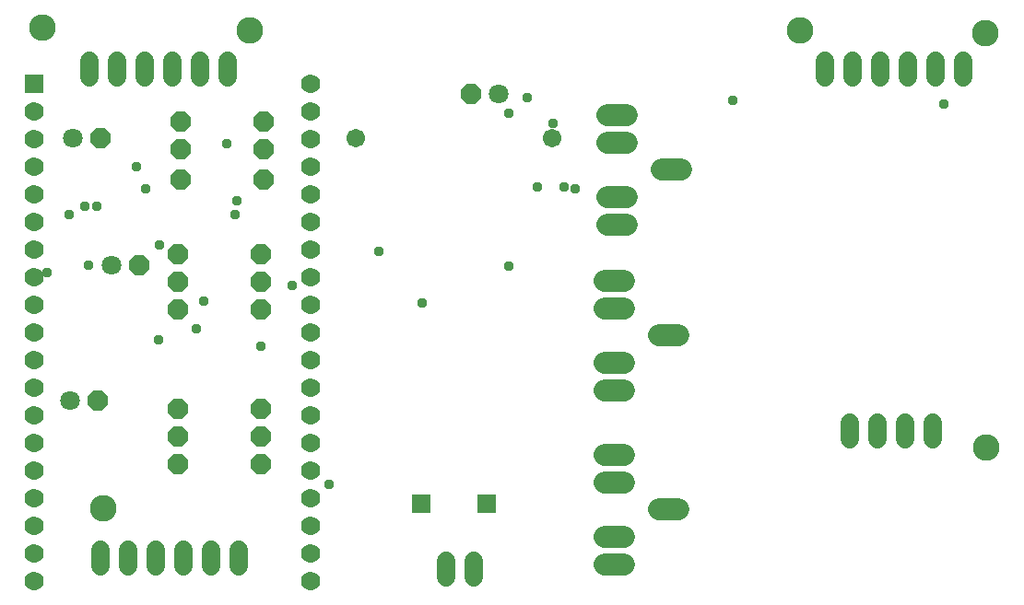
<source format=gbr>
G04 EAGLE Gerber RS-274X export*
G75*
%MOMM*%
%FSLAX34Y34*%
%LPD*%
%INSoldermask Bottom*%
%IPPOS*%
%AMOC8*
5,1,8,0,0,1.08239X$1,22.5*%
G01*
%ADD10C,2.453200*%
%ADD11C,1.803400*%
%ADD12P,1.951982X8X22.500000*%
%ADD13P,1.951982X8X202.500000*%
%ADD14P,2.034460X8X202.500000*%
%ADD15P,2.034460X8X22.500000*%
%ADD16C,1.727200*%
%ADD17R,1.763200X1.763200*%
%ADD18C,1.763200*%
%ADD19R,1.711200X1.711200*%
%ADD20C,1.711200*%
%ADD21C,2.003200*%
%ADD22C,0.959600*%


D10*
X889000Y520700D03*
X890000Y140000D03*
X718820Y523240D03*
X213360Y523240D03*
X22860Y525780D03*
X78740Y83820D03*
D11*
X86360Y307340D03*
D12*
X111760Y307340D03*
D11*
X441960Y464820D03*
D13*
X416560Y464820D03*
D11*
X48260Y182880D03*
D12*
X73660Y182880D03*
D14*
X223520Y266700D03*
X147320Y266700D03*
D15*
X147320Y292100D03*
X223520Y292100D03*
X147320Y317500D03*
X223520Y317500D03*
D14*
X223520Y124460D03*
X147320Y124460D03*
D15*
X147320Y149860D03*
X223520Y149860D03*
X147320Y175260D03*
X223520Y175260D03*
D16*
X764540Y162560D02*
X764540Y147320D01*
X789940Y147320D02*
X789940Y162560D01*
X815340Y162560D02*
X815340Y147320D01*
X840740Y147320D02*
X840740Y162560D01*
D17*
X15240Y474460D03*
D18*
X15240Y449060D03*
X15240Y17260D03*
X15240Y423660D03*
X15240Y398260D03*
X15240Y372860D03*
X15240Y347460D03*
X15240Y322060D03*
X15240Y296660D03*
X15240Y271260D03*
X15240Y245860D03*
X15240Y220460D03*
X15240Y195060D03*
X15240Y169660D03*
X15240Y144260D03*
X15240Y118860D03*
X15240Y93460D03*
X15240Y68060D03*
X15240Y42660D03*
X269240Y474460D03*
X269240Y449060D03*
X269240Y423660D03*
X269240Y398260D03*
X269240Y372860D03*
X269240Y347460D03*
X269240Y322060D03*
X269240Y296660D03*
X269240Y271260D03*
X269240Y245860D03*
X269240Y220460D03*
X269240Y195060D03*
X269240Y169660D03*
X269240Y144260D03*
X269240Y118860D03*
X269240Y93460D03*
X269240Y68060D03*
X269240Y42660D03*
X269240Y17260D03*
D16*
X419100Y20320D02*
X419100Y35560D01*
X393700Y35560D02*
X393700Y20320D01*
D19*
X431240Y88700D03*
X371240Y88700D03*
D20*
X491240Y424700D03*
X311240Y424700D03*
D11*
X50800Y424180D03*
D12*
X76200Y424180D03*
D15*
X149860Y439420D03*
X226060Y439420D03*
D14*
X226060Y414020D03*
X149860Y414020D03*
X226060Y386080D03*
X149860Y386080D03*
D16*
X76200Y45720D02*
X76200Y30480D01*
X101600Y30480D02*
X101600Y45720D01*
X127000Y45720D02*
X127000Y30480D01*
X152400Y30480D02*
X152400Y45720D01*
X177800Y45720D02*
X177800Y30480D01*
X203200Y30480D02*
X203200Y45720D01*
X193040Y480060D02*
X193040Y495300D01*
X167640Y495300D02*
X167640Y480060D01*
X142240Y480060D02*
X142240Y495300D01*
X116840Y495300D02*
X116840Y480060D01*
X91440Y480060D02*
X91440Y495300D01*
X66040Y495300D02*
X66040Y480060D01*
X868680Y480060D02*
X868680Y495300D01*
X843280Y495300D02*
X843280Y480060D01*
X817880Y480060D02*
X817880Y495300D01*
X792480Y495300D02*
X792480Y480060D01*
X767080Y480060D02*
X767080Y495300D01*
X741680Y495300D02*
X741680Y480060D01*
D21*
X559780Y345280D02*
X541780Y345280D01*
X591780Y395280D02*
X609780Y395280D01*
X559780Y370280D02*
X541780Y370280D01*
X541780Y420280D02*
X559780Y420280D01*
X559780Y445280D02*
X541780Y445280D01*
X539240Y192880D02*
X557240Y192880D01*
X589240Y242880D02*
X607240Y242880D01*
X557240Y217880D02*
X539240Y217880D01*
X539240Y267880D02*
X557240Y267880D01*
X557240Y292880D02*
X539240Y292880D01*
X539240Y32860D02*
X557240Y32860D01*
X589240Y82860D02*
X607240Y82860D01*
X557240Y57860D02*
X539240Y57860D01*
X539240Y107860D02*
X557240Y107860D01*
X557240Y132860D02*
X539240Y132860D01*
D22*
X451168Y306705D03*
X331788Y320675D03*
X171450Y274638D03*
X286703Y106363D03*
X47625Y354013D03*
X201613Y366713D03*
X850900Y455613D03*
X512128Y377825D03*
X192088Y419100D03*
X252413Y288925D03*
X117475Y377825D03*
X61913Y361950D03*
X27623Y300990D03*
X130443Y326023D03*
X129540Y238760D03*
X468313Y461963D03*
X451485Y447675D03*
X164465Y249238D03*
X200025Y354013D03*
X65088Y307975D03*
X657225Y458788D03*
X492125Y438150D03*
X109538Y398463D03*
X73025Y361950D03*
X502603Y379413D03*
X477838Y379413D03*
X371475Y273050D03*
X223838Y233363D03*
M02*

</source>
